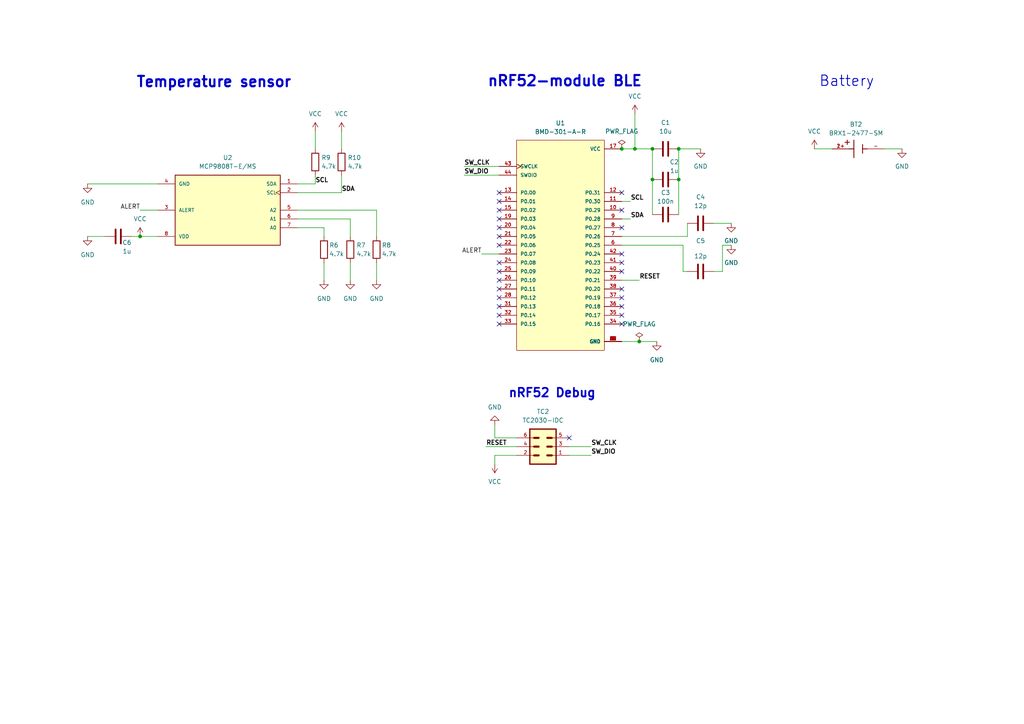
<source format=kicad_sch>
(kicad_sch (version 20230121) (generator eeschema)
  (paper "A4")
  (lib_symbols
    (symbol "BMD-301-A-R:BMD-301-A-R" (pin_names (offset 1.016))
      (property "Reference" "U" (at -12.7 31.242 0))
      (property "Value" "BMD-301-A-R" (at -12.7 -33.02 0))
      (symbol "BMD-301-A-R_0_0"
        (rectangle (start -12.7 -30.48) (end 12.7 30.48) (stroke (width 0.1524)) (fill (type background)))
        (pin power_in line (at 17.78 -27.94 180) (length 5.08) (name "GND") (number "1"))
        (pin bidirectional line (at 17.78 10.16 180) (length 5.08) (name "P0.29") (number "10"))
        (pin bidirectional line (at 17.78 12.7 180) (length 5.08) (name "P0.30") (number "11"))
        (pin bidirectional line (at 17.78 15.24 180) (length 5.08) (name "P0.31") (number "12"))
        (pin bidirectional line (at -17.78 15.24 0) (length 5.08) (name "P0.00") (number "13"))
        (pin bidirectional line (at -17.78 12.7 0) (length 5.08) (name "P0.01") (number "14"))
        (pin bidirectional line (at -17.78 10.16 0) (length 5.08) (name "P0.02") (number "15"))
        (pin power_in line (at 17.78 -27.94 180) (length 5.08) (name "GND") (number "16"))
        (pin power_in line (at 17.78 27.94 180) (length 5.08) (name "VCC") (number "17"))
        (pin power_in line (at 17.78 -27.94 180) (length 5.08) (name "GND") (number "18"))
        (pin bidirectional line (at -17.78 7.62 0) (length 5.08) (name "P0.03") (number "19"))
        (pin power_in line (at 17.78 -27.94 180) (length 5.08) (name "GND") (number "2"))
        (pin bidirectional line (at -17.78 5.08 0) (length 5.08) (name "P0.04") (number "20"))
        (pin bidirectional line (at -17.78 2.54 0) (length 5.08) (name "P0.05") (number "21"))
        (pin bidirectional line (at -17.78 0 0) (length 5.08) (name "P0.06") (number "22"))
        (pin bidirectional line (at -17.78 -2.54 0) (length 5.08) (name "P0.07") (number "23"))
        (pin bidirectional line (at -17.78 -5.08 0) (length 5.08) (name "P0.08") (number "24"))
        (pin bidirectional line (at -17.78 -7.62 0) (length 5.08) (name "P0.09") (number "25"))
        (pin bidirectional line (at -17.78 -10.16 0) (length 5.08) (name "P0.10") (number "26"))
        (pin bidirectional line (at -17.78 -12.7 0) (length 5.08) (name "P0.11") (number "27"))
        (pin bidirectional line (at -17.78 -15.24 0) (length 5.08) (name "P0.12") (number "28"))
        (pin power_in line (at 17.78 -27.94 180) (length 5.08) (name "GND") (number "29"))
        (pin power_in line (at 17.78 -27.94 180) (length 5.08) (name "GND") (number "3"))
        (pin power_in line (at 17.78 -27.94 180) (length 5.08) (name "GND") (number "30"))
        (pin bidirectional line (at -17.78 -17.78 0) (length 5.08) (name "P0.13") (number "31"))
        (pin bidirectional line (at -17.78 -20.32 0) (length 5.08) (name "P0.14") (number "32"))
        (pin bidirectional line (at -17.78 -22.86 0) (length 5.08) (name "P0.15") (number "33"))
        (pin bidirectional line (at 17.78 -22.86 180) (length 5.08) (name "P0.16") (number "34"))
        (pin bidirectional line (at 17.78 -20.32 180) (length 5.08) (name "P0.17") (number "35"))
        (pin bidirectional line (at 17.78 -17.78 180) (length 5.08) (name "P0.18") (number "36"))
        (pin bidirectional line (at 17.78 -15.24 180) (length 5.08) (name "P0.19") (number "37"))
        (pin bidirectional line (at 17.78 -12.7 180) (length 5.08) (name "P0.20") (number "38"))
        (pin bidirectional line (at 17.78 -10.16 180) (length 5.08) (name "P0.21") (number "39"))
        (pin power_in line (at 17.78 -27.94 180) (length 5.08) (name "GND") (number "4"))
        (pin bidirectional line (at 17.78 -7.62 180) (length 5.08) (name "P0.22") (number "40"))
        (pin bidirectional line (at 17.78 -5.08 180) (length 5.08) (name "P0.23") (number "41"))
        (pin bidirectional line (at 17.78 -2.54 180) (length 5.08) (name "P0.24") (number "42"))
        (pin input clock (at -17.78 22.86 0) (length 5.08) (name "SWCLK") (number "43"))
        (pin bidirectional line (at -17.78 20.32 0) (length 5.08) (name "SWDIO") (number "44"))
        (pin power_in line (at 17.78 -27.94 180) (length 5.08) (name "GND") (number "45"))
        (pin power_in line (at 17.78 -27.94 180) (length 5.08) (name "GND") (number "46"))
        (pin power_in line (at 17.78 -27.94 180) (length 5.08) (name "GND") (number "47"))
        (pin power_in line (at 17.78 -27.94 180) (length 5.08) (name "GND") (number "5"))
        (pin bidirectional line (at 17.78 0 180) (length 5.08) (name "P0.25") (number "6"))
        (pin bidirectional line (at 17.78 2.54 180) (length 5.08) (name "P0.26") (number "7"))
        (pin bidirectional line (at 17.78 5.08 180) (length 5.08) (name "P0.27") (number "8"))
        (pin bidirectional line (at 17.78 7.62 180) (length 5.08) (name "P0.28") (number "9"))
      )
    )
    (symbol "CR2477-clip:BRX1-2477-SM" (pin_names (offset 1.016))
      (property "Reference" "BT" (at -3.81 3.81 0))
      (property "Value" "BRX1-2477-SM" (at -3.81 -5.08 0))
      (symbol "BRX1-2477-SM_0_0"
        (polyline (pts (xy -3.81 1.905) (xy -2.54 1.905)) (stroke (width 0.254)))
        (polyline (pts (xy -3.175 2.54) (xy -3.175 1.27)) (stroke (width 0.254)))
        (polyline (pts (xy -1.27 0) (xy -2.54 0)) (stroke (width 0.254)))
        (polyline (pts (xy -1.27 0) (xy -1.27 -2.54)) (stroke (width 0.254)))
        (polyline (pts (xy -1.27 2.54) (xy -1.27 0)) (stroke (width 0.254)))
        (polyline (pts (xy 1.27 0) (xy 1.27 -1.27)) (stroke (width 0.254)))
        (polyline (pts (xy 1.27 0) (xy 2.54 0)) (stroke (width 0.254)))
        (polyline (pts (xy 1.27 1.27) (xy 1.27 0)) (stroke (width 0.254)))
        (pin passive line (at 7.62 0 180) (length 5.08) (name "~") (number "-"))
        (pin passive line (at -7.62 0 0) (length 5.08) (name "~") (number "1+"))
        (pin passive line (at -7.62 0 0) (length 5.08) (name "~") (number "2+"))
      )
    )
    (symbol "Device:C" (pin_numbers hide) (pin_names (offset 0.254))
      (property "Reference" "C" (at 0.635 2.54 0))
      (property "Value" "C" (at 0.635 -2.54 0))
      (symbol "C_0_1"
        (polyline (pts (xy -2.032 -0.762) (xy 2.032 -0.762)) (stroke (width 0.508)))
        (polyline (pts (xy -2.032 0.762) (xy 2.032 0.762)) (stroke (width 0.508)))
      )
      (symbol "C_1_1"
        (pin passive line (at 0 3.81 270) (length 2.794) (name "~") (number "1"))
        (pin passive line (at 0 -3.81 90) (length 2.794) (name "~") (number "2"))
      )
    )
    (symbol "Device:R" (pin_numbers hide) (pin_names (offset 0))
      (property "Reference" "R" (at 2.032 0 90))
      (property "Value" "R" (at 0 0 90))
      (symbol "R_0_1"
        (rectangle (start -1.016 -2.54) (end 1.016 2.54) (stroke (width 0.254)))
      )
      (symbol "R_1_1"
        (pin passive line (at 0 3.81 270) (length 1.27) (name "~") (number "1"))
        (pin passive line (at 0 -3.81 90) (length 1.27) (name "~") (number "2"))
      )
    )
    (symbol "Tag-connector:TC2030-IDC" (pin_names (offset 1.016))
      (property "Reference" "TC" (at -3.81 5.842 0))
      (property "Value" "TC2030-IDC" (at -3.81 -7.62 0))
      (symbol "TC2030-IDC_0_0"
        (rectangle (start -3.81 -5.08) (end 3.81 5.08) (stroke (width 0.4064)) (fill (type background)))
        (polyline (pts (xy -2.54 -2.54) (xy -1.27 -2.54)) (stroke (width 0.6096)))
        (polyline (pts (xy -2.54 0) (xy -1.27 0)) (stroke (width 0.6096)))
        (polyline (pts (xy -2.54 2.54) (xy -1.27 2.54)) (stroke (width 0.6096)))
        (polyline (pts (xy 1.27 -2.54) (xy 2.54 -2.54)) (stroke (width 0.6096)))
        (polyline (pts (xy 1.27 0) (xy 2.54 0)) (stroke (width 0.6096)))
        (polyline (pts (xy 1.27 2.54) (xy 2.54 2.54)) (stroke (width 0.6096)))
        (pin passive line (at 7.62 -2.54 180) (length 5.08) (name "~") (number "1"))
        (pin passive line (at -7.62 -2.54 0) (length 5.08) (name "~") (number "2"))
        (pin passive line (at 7.62 0 180) (length 5.08) (name "~") (number "3"))
        (pin passive line (at -7.62 0 0) (length 5.08) (name "~") (number "4"))
        (pin passive line (at 7.62 2.54 180) (length 5.08) (name "~") (number "5"))
        (pin passive line (at -7.62 2.54 0) (length 5.08) (name "~") (number "6"))
      )
    )
    (symbol "Temp_sensor_MCP9808T:MCP9808T-E{slash}MS" (pin_names (offset 1.016))
      (property "Reference" "U" (at -15.0099 10.685 0))
      (property "Value" "MCP9808T-E{slash}MS" (at -15.2708 -11.9621 0))
      (symbol "MCP9808T-E{slash}MS_0_0"
        (rectangle (start -15.24 -10.16) (end 15.24 10.16) (stroke (width 0.254)) (fill (type background)))
        (pin bidirectional line (at -20.32 -7.62 0) (length 5.08) (name "SDA") (number "1"))
        (pin input clock (at -20.32 -5.08 0) (length 5.08) (name "SCL") (number "2"))
        (pin output line (at 20.32 0 180) (length 5.08) (name "ALERT") (number "3"))
        (pin power_in line (at 20.32 -7.62 180) (length 5.08) (name "GND") (number "4"))
        (pin input line (at -20.32 0 0) (length 5.08) (name "A2") (number "5"))
        (pin input line (at -20.32 2.54 0) (length 5.08) (name "A1") (number "6"))
        (pin input line (at -20.32 5.08 0) (length 5.08) (name "A0") (number "7"))
        (pin power_in line (at 20.32 7.62 180) (length 5.08) (name "VDD") (number "8"))
      )
    )
    (symbol "power:GND" (power) (pin_names (offset 0))
      (property "Value" "GND" (at 0 -3.81 0))
      (symbol "GND_0_1"
        (polyline (pts (xy 0 0) (xy 0 -1.27) (xy 1.27 -1.27) (xy 0 -2.54) (xy -1.27 -1.27) (xy 0 -1.27)))
      )
      (symbol "GND_1_1"
        (pin power_in line (at 0 0 270) (length 0) hide (name "GND") (number "1"))
      )
    )
    (symbol "power:PWR_FLAG" (power) (pin_numbers hide) (pin_names (offset 0) hide)
      (property "Value" "PWR_FLAG" (at 0 3.81 0))
      (symbol "PWR_FLAG_0_0"
        (pin power_out line (at 0 0 90) (length 0) (name "pwr") (number "1"))
      )
      (symbol "PWR_FLAG_0_1"
        (polyline (pts (xy 0 0) (xy 0 1.27) (xy -1.016 1.905) (xy 0 2.54) (xy 1.016 1.905) (xy 0 1.27)))
      )
    )
    (symbol "power:VCC" (power) (pin_names (offset 0))
      (property "Value" "VCC" (at 0 3.81 0))
      (symbol "VCC_0_1"
        (polyline (pts (xy -0.762 1.27) (xy 0 2.54)))
        (polyline (pts (xy 0 0) (xy 0 2.54)))
        (polyline (pts (xy 0 2.54) (xy 0.762 1.27)))
      )
      (symbol "VCC_1_1"
        (pin power_in line (at 0 0 90) (length 0) hide (name "VCC") (number "1"))
      )
    )
  )
  (junction (at 40.64 68.58))
  (junction (at 185.42 99.06))
  (junction (at 189.23 52.07))
  (junction (at 184.15 43.18))
  (junction (at 196.85 52.07))
  (junction (at 180.34 43.18))
  (junction (at 189.23 43.18))
  (junction (at 196.85 43.18))
  (no_connect (at 144.78 63.5))
  (no_connect (at 180.34 88.9))
  (no_connect (at 180.34 73.66))
  (no_connect (at 144.78 68.58))
  (no_connect (at 144.78 88.9))
  (no_connect (at 144.78 93.98))
  (no_connect (at 180.34 83.82))
  (no_connect (at 180.34 66.04))
  (no_connect (at 180.34 60.96))
  (no_connect (at 144.78 76.2))
  (no_connect (at 180.34 93.98))
  (no_connect (at 180.34 78.74))
  (no_connect (at 144.78 81.28))
  (no_connect (at 144.78 66.04))
  (no_connect (at 180.34 76.2))
  (no_connect (at 144.78 86.36))
  (no_connect (at 144.78 58.42))
  (no_connect (at 144.78 55.88))
  (no_connect (at 144.78 91.44))
  (no_connect (at 144.78 60.96))
  (no_connect (at 165.1 127))
  (no_connect (at 180.34 91.44))
  (no_connect (at 180.34 55.88))
  (no_connect (at 144.78 83.82))
  (no_connect (at 144.78 71.12))
  (no_connect (at 180.34 86.36))
  (no_connect (at 144.78 78.74))
  (wire (pts (xy 101.6 76.2) (xy 101.6 81.28)))
  (wire (pts (xy 180.34 43.18) (xy 184.15 43.18)))
  (wire (pts (xy 86.36 60.96) (xy 109.22 60.96)))
  (wire (pts (xy 165.1 132.08) (xy 171.45 132.08)))
  (wire (pts (xy 207.01 78.74) (xy 209.55 78.74)))
  (wire (pts (xy 38.1 68.58) (xy 40.64 68.58)))
  (wire (pts (xy 86.36 55.88) (xy 99.06 55.88)))
  (wire (pts (xy 189.23 43.18) (xy 189.23 52.07)))
  (wire (pts (xy 149.86 127) (xy 143.51 127)))
  (wire (pts (xy 99.06 38.1) (xy 99.06 43.18)))
  (wire (pts (xy 180.34 58.42) (xy 182.88 58.42)))
  (wire (pts (xy 99.06 50.8) (xy 99.06 55.88)))
  (wire (pts (xy 196.85 43.18) (xy 196.85 52.07)))
  (wire (pts (xy 91.44 38.1) (xy 91.44 43.18)))
  (wire (pts (xy 40.64 68.58) (xy 45.72 68.58)))
  (wire (pts (xy 198.12 71.12) (xy 180.34 71.12)))
  (wire (pts (xy 165.1 129.54) (xy 171.45 129.54)))
  (wire (pts (xy 196.85 52.07) (xy 196.85 62.23)))
  (wire (pts (xy 236.22 43.18) (xy 241.3 43.18)))
  (wire (pts (xy 198.12 78.74) (xy 199.39 78.74)))
  (wire (pts (xy 91.44 50.8) (xy 91.44 53.34)))
  (wire (pts (xy 93.98 76.2) (xy 93.98 81.28)))
  (wire (pts (xy 185.42 99.06) (xy 190.5 99.06)))
  (wire (pts (xy 86.36 63.5) (xy 101.6 63.5)))
  (wire (pts (xy 180.34 81.28) (xy 185.42 81.28)))
  (wire (pts (xy 86.36 66.04) (xy 93.98 66.04)))
  (wire (pts (xy 109.22 60.96) (xy 109.22 68.58)))
  (wire (pts (xy 134.62 48.26) (xy 144.78 48.26)))
  (wire (pts (xy 140.97 129.54) (xy 149.86 129.54)))
  (wire (pts (xy 184.15 33.02) (xy 184.15 43.18)))
  (wire (pts (xy 198.12 78.74) (xy 198.12 71.12)))
  (wire (pts (xy 199.39 68.58) (xy 199.39 64.77)))
  (wire (pts (xy 184.15 43.18) (xy 189.23 43.18)))
  (wire (pts (xy 180.34 68.58) (xy 199.39 68.58)))
  (wire (pts (xy 207.01 64.77) (xy 212.09 64.77)))
  (wire (pts (xy 180.34 63.5) (xy 182.88 63.5)))
  (wire (pts (xy 196.85 43.18) (xy 203.2 43.18)))
  (wire (pts (xy 143.51 127) (xy 143.51 123.19)))
  (wire (pts (xy 143.51 132.08) (xy 143.51 134.62)))
  (wire (pts (xy 149.86 132.08) (xy 143.51 132.08)))
  (wire (pts (xy 189.23 52.07) (xy 189.23 62.23)))
  (wire (pts (xy 93.98 66.04) (xy 93.98 68.58)))
  (wire (pts (xy 25.4 53.34) (xy 45.72 53.34)))
  (wire (pts (xy 256.54 43.18) (xy 261.62 43.18)))
  (wire (pts (xy 40.64 60.96) (xy 45.72 60.96)))
  (wire (pts (xy 101.6 63.5) (xy 101.6 68.58)))
  (wire (pts (xy 209.55 71.12) (xy 212.09 71.12)))
  (wire (pts (xy 25.4 68.58) (xy 30.48 68.58)))
  (wire (pts (xy 134.62 50.8) (xy 144.78 50.8)))
  (wire (pts (xy 109.22 76.2) (xy 109.22 81.28)))
  (wire (pts (xy 86.36 53.34) (xy 91.44 53.34)))
  (wire (pts (xy 180.34 99.06) (xy 185.42 99.06)))
  (wire (pts (xy 139.7 73.66) (xy 144.78 73.66)))
  (wire (pts (xy 209.55 78.74) (xy 209.55 71.12)))
  (text "nRF52-module BLE" (at 141.224 25.4 0) (effects (font (size 3 3) bold) (justify left bottom)))
  (text "Temperature sensor\n" (at 39.37 25.654 0) (effects (font (size 3 3) bold) (justify left bottom)))
  (text "nRF52 Debug" (at 147.32 115.57 0) (effects (font (size 2.5 2.5) bold) (justify left bottom)))
  (text "Battery" (at 237.49 25.4 0) (effects (font (size 3 3) (thickness 0.254) bold) (justify left bottom)))
  (label "ALERT" (at 40.64 60.96 180))
  (label "SW_CLK" (at 171.45 129.54 0) (effects (font bold)))
  (label "SCL" (at 91.44 53.34 0) (effects (font bold)))
  (label "SDA" (at 99.06 55.88 0) (effects (font (thickness 0.254) bold)))
  (label "SDA" (at 182.88 63.5 0) (effects (font (thickness 0.254) bold)))
  (label "SW_CLK" (at 134.62 48.26 0) (effects (font bold)))
  (label "SW_DIO" (at 171.45 132.08 0) (effects (font bold)))
  (label "ALERT" (at 139.7 73.66 180))
  (label "RESET" (at 140.97 129.54 0) (effects (font bold)))
  (label "SCL" (at 182.88 58.42 0) (effects (font bold)))
  (label "RESET" (at 185.42 81.28 0) (effects (font bold)))
  (label "SW_DIO" (at 134.62 50.8 0) (effects (font bold)))
  (symbol (lib_id "power:VCC") (at 99.06 38.1 0) (unit 1)
    (property "Reference" "#PWR016" (effects hide))
    (property "Value" "VCC" (at 99.06 33.02 0))
  )
  (symbol (lib_id "power:GND") (at 212.09 71.12 0) (unit 1)
    (property "Reference" "#PWR07" (effects hide))
    (property "Value" "GND" (at 212.09 76.2 0))
  )
  (symbol (lib_id "Device:C") (at 203.2 78.74 90) (unit 1)
    (property "Reference" "C5" (at 203.2 69.85 90))
    (property "Value" "12p" (at 203.2 74.295 90))
    (property "Footprint" "Capacitor_SMD:C_0805_2012Metric_Pad1.18x1.45mm_HandSolder" (effects hide))
  )
  (symbol (lib_id "power:PWR_FLAG") (at 180.34 43.18 0) (unit 1)
    (property "Reference" "#FLG01" (effects hide))
    (property "Value" "PWR_FLAG" (at 180.34 38.1 0))
  )
  (symbol (lib_id "power:GND") (at 212.09 64.77 0) (unit 1)
    (property "Reference" "#PWR06" (effects hide))
    (property "Value" "GND" (at 212.09 69.85 0))
  )
  (symbol (lib_id "Device:C") (at 193.04 52.07 90) (unit 1)
    (property "Reference" "C2" (at 195.58 46.99 90))
    (property "Value" "1u" (at 195.58 49.53 90))
    (property "Footprint" "Capacitor_SMD:C_0805_2012Metric_Pad1.18x1.45mm_HandSolder" (effects hide))
  )
  (symbol (lib_id "Temp_sensor_MCP9808T:MCP9808T-E{slash}MS") (at 66.04 60.96 180) (unit 1)
    (property "Reference" "U2" (at 66.04 45.72 0))
    (property "Value" "MCP9808T-E/MS" (at 66.04 48.26 0))
    (property "Footprint" "Temp_sensor_MCP9808T:SOP65P490X110-8N" (effects hide))
    (property "MANUFACTURER" "Microchip" (effects hide))
  )
  (symbol (lib_id "Device:R") (at 93.98 72.39 0) (unit 1)
    (property "Reference" "R6" (at 95.504 71.12 0) (effects (justify left)))
    (property "Value" "4.7k" (at 95.504 73.66 0) (effects (justify left)))
    (property "Footprint" "Resistor_SMD:R_0805_2012Metric_Pad1.20x1.40mm_HandSolder" (effects hide))
  )
  (symbol (lib_id "power:GND") (at 190.5 99.06 0) (unit 1)
    (property "Reference" "#PWR04" (effects hide))
    (property "Value" "GND" (at 190.5 104.394 0))
  )
  (symbol (lib_id "power:VCC") (at 236.22 43.18 0) (unit 1)
    (property "Reference" "#PWR02" (effects hide))
    (property "Value" "VCC" (at 236.22 38.1 0))
  )
  (symbol (lib_id "power:VCC") (at 91.44 38.1 0) (unit 1)
    (property "Reference" "#PWR013" (effects hide))
    (property "Value" "VCC" (at 91.44 33.02 0))
  )
  (symbol (lib_id "power:VCC") (at 40.64 68.58 0) (unit 1)
    (property "Reference" "#PWR01" (effects hide))
    (property "Value" "VCC" (at 40.64 63.5 0))
  )
  (symbol (lib_id "power:GND") (at 109.22 81.28 0) (unit 1)
    (property "Reference" "#PWR012" (effects hide))
    (property "Value" "GND" (at 109.22 86.614 0))
  )
  (symbol (lib_id "power:VCC") (at 184.15 33.02 0) (unit 1)
    (property "Reference" "#PWR03" (effects hide))
    (property "Value" "VCC" (at 184.15 27.94 0))
  )
  (symbol (lib_id "Device:R") (at 99.06 46.99 0) (unit 1)
    (property "Reference" "R10" (at 100.838 45.72 0) (effects (justify left)))
    (property "Value" "4.7k" (at 100.838 48.26 0) (effects (justify left)))
    (property "Footprint" "Resistor_SMD:R_0805_2012Metric_Pad1.20x1.40mm_HandSolder" (effects hide))
  )
  (symbol (lib_id "power:GND") (at 93.98 81.28 0) (unit 1)
    (property "Reference" "#PWR010" (effects hide))
    (property "Value" "GND" (at 93.98 86.614 0))
  )
  (symbol (lib_id "Device:C") (at 193.04 62.23 90) (unit 1)
    (property "Reference" "C3" (at 193.04 55.88 90))
    (property "Value" "100n" (at 193.04 58.42 90))
    (property "Footprint" "Capacitor_SMD:C_0805_2012Metric_Pad1.18x1.45mm_HandSolder" (effects hide))
  )
  (symbol (lib_id "Device:R") (at 91.44 46.99 0) (unit 1)
    (property "Reference" "R9" (at 93.218 45.72 0) (effects (justify left)))
    (property "Value" "4.7k" (at 93.218 48.26 0) (effects (justify left)))
    (property "Footprint" "Resistor_SMD:R_0805_2012Metric_Pad1.20x1.40mm_HandSolder" (effects hide))
  )
  (symbol (lib_id "Tag-connector:TC2030-IDC") (at 157.48 129.54 0) (unit 1)
    (property "Reference" "TC2" (at 157.48 119.38 0))
    (property "Value" "TC2030-IDC" (at 157.48 121.92 0))
    (property "Footprint" "Connector:Tag-Connect_TC2030-IDC-NL_2x03_P1.27mm_Vertical" (effects hide))
  )
  (symbol (lib_id "power:GND") (at 25.4 53.34 0) (unit 1)
    (property "Reference" "#PWR08" (effects hide))
    (property "Value" "GND" (at 25.4 58.674 0))
  )
  (symbol (lib_id "Device:C") (at 193.04 43.18 90) (unit 1)
    (property "Reference" "C1" (at 193.04 35.56 90))
    (property "Value" "10u" (at 193.04 38.1 90))
    (property "Footprint" "Capacitor_SMD:C_0805_2012Metric_Pad1.18x1.45mm_HandSolder" (effects hide))
  )
  (symbol (lib_id "Device:C") (at 34.29 68.58 90) (unit 1)
    (property "Reference" "C6" (at 36.83 70.358 90))
    (property "Value" "1u" (at 36.83 72.898 90))
    (property "Footprint" "Capacitor_SMD:C_0805_2012Metric_Pad1.18x1.45mm_HandSolder" (effects hide))
  )
  (symbol (lib_id "Device:C") (at 203.2 64.77 90) (unit 1)
    (property "Reference" "C4" (at 203.2 57.15 90))
    (property "Value" "12p" (at 203.2 59.69 90))
    (property "Footprint" "Capacitor_SMD:C_0805_2012Metric_Pad1.18x1.45mm_HandSolder" (effects hide))
  )
  (symbol (lib_id "Device:R") (at 101.6 72.39 0) (unit 1)
    (property "Reference" "R7" (at 103.378 71.12 0) (effects (justify left)))
    (property "Value" "4.7k" (at 103.378 73.66 0) (effects (justify left)))
    (property "Footprint" "Resistor_SMD:R_0805_2012Metric_Pad1.20x1.40mm_HandSolder" (effects hide))
  )
  (symbol (lib_id "power:GND") (at 261.62 43.18 0) (unit 1)
    (property "Reference" "#PWR09" (effects hide))
    (property "Value" "GND" (at 261.62 48.26 0))
  )
  (symbol (lib_id "Device:R") (at 109.22 72.39 0) (unit 1)
    (property "Reference" "R8" (at 110.744 71.12 0) (effects (justify left)))
    (property "Value" "4.7k" (at 110.744 73.66 0) (effects (justify left)))
    (property "Footprint" "Resistor_SMD:R_0805_2012Metric_Pad1.20x1.40mm_HandSolder" (effects hide))
  )
  (symbol (lib_id "power:VCC") (at 143.51 134.62 180) (unit 1)
    (property "Reference" "#PWR015" (effects hide))
    (property "Value" "VCC" (at 143.51 139.7 0))
  )
  (symbol (lib_id "power:GND") (at 25.4 68.58 0) (unit 1)
    (property "Reference" "#PWR017" (effects hide))
    (property "Value" "GND" (at 25.4 73.914 0))
  )
  (symbol (lib_id "CR2477-clip:BRX1-2477-SM") (at 248.92 43.18 0) (unit 1)
    (property "Reference" "BT2" (at 248.285 36.068 0))
    (property "Value" "BRX1-2477-SM" (at 248.285 38.608 0))
    (property "Footprint" "CR2477-clip:BAT_BRX1-2477-SM" (effects hide))
    (property "PARTREV" "D" (effects hide))
    (property "STANDARD" "Manufacturer Recommendations" (effects hide))
    (property "MAXIMUM_PACKAGE_HEIGHT" "8.7mm" (effects hide))
    (property "MANUFACTURER" "MPD" (effects hide))
  )
  (symbol (lib_id "power:GND") (at 203.2 43.18 0) (unit 1)
    (property "Reference" "#PWR05" (effects hide))
    (property "Value" "GND" (at 203.2 48.26 0))
  )
  (symbol (lib_id "BMD-301-A-R:BMD-301-A-R") (at 162.56 71.12 0) (unit 1)
    (property "Reference" "U1" (at 162.56 35.687 0))
    (property "Value" "BMD-301-A-R" (at 162.56 38.227 0))
    (property "Footprint" "BMD-301-A-R:BMD-301-A-R" (effects hide))
    (property "PARTREV" "2.1" (effects hide))
    (property "STANDARD" "Manufacturer Recommendations" (effects hide))
    (property "MAXIMUM_PACKAGE_HEIGHT" "1.9mm" (effects hide))
    (property "MANUFACTURER" "Rigado" (effects hide))
  )
  (symbol (lib_id "power:GND") (at 101.6 81.28 0) (unit 1)
    (property "Reference" "#PWR011" (effects hide))
    (property "Value" "GND" (at 101.6 86.614 0))
  )
  (symbol (lib_id "power:GND") (at 143.51 123.19 180) (unit 1)
    (property "Reference" "#PWR014" (effects hide))
    (property "Value" "GND" (at 143.51 118.11 0))
  )
  (symbol (lib_id "power:PWR_FLAG") (at 185.42 99.06 0) (unit 1)
    (property "Reference" "#FLG02" (effects hide))
    (property "Value" "PWR_FLAG" (at 185.42 93.98 0))
  )
)
</source>
